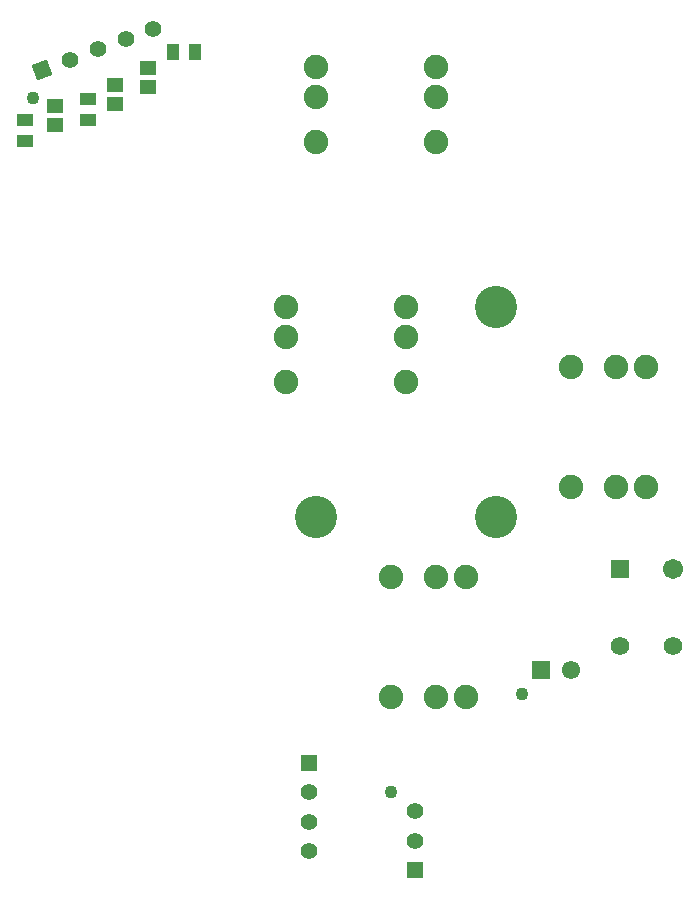
<source format=gbr>
%FSTAX23Y23*%
%MOMM*%
%SFA1B1*%

%IPPOS*%
%AMD23*
4,1,4,0.894080,-0.416560,0.416560,0.894080,-0.894080,0.416560,-0.416560,-0.894080,0.894080,-0.416560,0.0*
%
%ADD15R,1.456197X1.304637*%
%ADD21C,1.099998*%
%ADD22C,1.399997*%
G04~CAMADD=23~10~0.0~551.2~0.0~0.0~0.0~0.0~0~0.0~0.0~0.0~0.0~0~0.0~0.0~0.0~0.0~0~0.0~0.0~0.0~290.0~551.2~0.0*
%ADD23D23*%
%ADD24R,1.399997X1.399997*%
%ADD28C,1.549997*%
%ADD29R,1.549997X1.549997*%
%ADD35R,1.075998X1.425997*%
%ADD36R,1.425997X1.075998*%
%ADD37C,2.075996*%
%ADD38C,3.575993*%
%ADD39R,1.575997X1.575997*%
%ADD40C,1.575997*%
%ADD41C,1.703197*%
%LNthrottlerlidpcb_soldermask_bot-1*%
%LPD*%
G54D15*
X-44958Y44239D03*
Y42628D03*
X-50038Y40806D03*
Y42418D03*
X-42197Y44051D03*
Y45663D03*
G54D21*
X-51925Y43092D03*
X-21557Y-15671D03*
X-10469Y-07316D03*
G54D22*
X-41709Y48939D03*
X-44058Y48084D03*
X-46407Y47229D03*
X-48756Y46374D03*
X-19558Y-19771D03*
Y-17272D03*
X-28557Y-15653D03*
Y-18153D03*
Y-20653D03*
G54D23*
X-51106Y45519D03*
G54D24*
X-19558Y-22271D03*
X-28557Y-13153D03*
G54D28*
X-06369Y-05316D03*
G54D29*
X-08869Y-05316D03*
G54D35*
X-38215Y4699D03*
X-40015D03*
G54D36*
X-52578Y39485D03*
Y41285D03*
X-47244Y41263D03*
Y43063D03*
G54D37*
X-2794Y4572D03*
Y4318D03*
X-1778Y3937D03*
Y4318D03*
Y4572D03*
X-2794Y3937D03*
X-3048Y254D03*
Y2286D03*
X-2032Y1905D03*
Y2286D03*
Y254D03*
X-3048Y1905D03*
X-0635Y2032D03*
X0Y1016D03*
X-0254D03*
X-0635D03*
X-0254Y2032D03*
X0D03*
X-2159Y0254D03*
X-1524Y-0762D03*
X-1778D03*
X-2159D03*
X-1778Y0254D03*
X-1524D03*
G54D38*
X-2794Y0762D03*
X-127D03*
Y254D03*
G54D39*
X-02249Y03249D03*
G54D40*
X-02249Y-03249D03*
X02249D03*
G54D41*
X02249Y03249D03*
M02*
</source>
